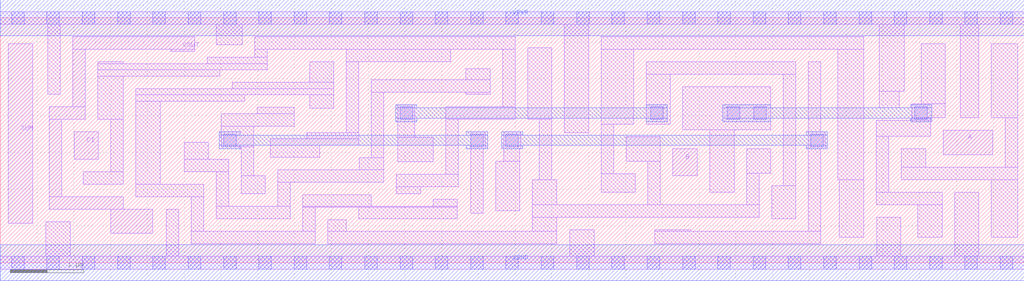
<source format=lef>
# Copyright 2020 The SkyWater PDK Authors
#
# Licensed under the Apache License, Version 2.0 (the "License");
# you may not use this file except in compliance with the License.
# You may obtain a copy of the License at
#
#     https://www.apache.org/licenses/LICENSE-2.0
#
# Unless required by applicable law or agreed to in writing, software
# distributed under the License is distributed on an "AS IS" BASIS,
# WITHOUT WARRANTIES OR CONDITIONS OF ANY KIND, either express or implied.
# See the License for the specific language governing permissions and
# limitations under the License.
#
# SPDX-License-Identifier: Apache-2.0

VERSION 5.7 ;
  NOWIREEXTENSIONATPIN ON ;
  DIVIDERCHAR "/" ;
  BUSBITCHARS "[]" ;
UNITS
  DATABASE MICRONS 200 ;
END UNITS
MACRO sky130_fd_sc_hs__fah_1
  CLASS CORE ;
  FOREIGN sky130_fd_sc_hs__fah_1 ;
  ORIGIN  0.000000  0.000000 ;
  SIZE  13.92000 BY  3.330000 ;
  SYMMETRY X Y ;
  SITE unit ;
  PIN A
    ANTENNAGATEAREA  0.492000 ;
    DIRECTION INPUT ;
    USE SIGNAL ;
    PORT
      LAYER li1 ;
        RECT 12.820000 1.470000 13.490000 1.800000 ;
    END
  END A
  PIN B
    ANTENNAGATEAREA  0.723000 ;
    DIRECTION INPUT ;
    USE SIGNAL ;
    PORT
      LAYER li1 ;
        RECT 9.145000 1.180000 9.475000 1.550000 ;
    END
  END B
  PIN CI
    ANTENNAGATEAREA  0.246000 ;
    DIRECTION INPUT ;
    USE SIGNAL ;
    PORT
      LAYER li1 ;
        RECT 1.005000 1.410000 1.335000 1.780000 ;
    END
  END CI
  PIN COUT
    ANTENNADIFFAREA  0.674850 ;
    DIRECTION OUTPUT ;
    USE SIGNAL ;
    PORT
      LAYER li1 ;
        RECT 0.665000 0.730000 1.675000 0.900000 ;
        RECT 0.665000 0.900000 0.835000 1.950000 ;
        RECT 0.665000 1.950000 1.155000 2.120000 ;
        RECT 0.985000 2.120000 1.155000 2.905000 ;
        RECT 0.985000 2.905000 2.645000 3.075000 ;
        RECT 1.505000 0.400000 2.075000 0.730000 ;
        RECT 2.315000 2.875000 2.645000 2.905000 ;
    END
  END COUT
  PIN SUM
    ANTENNADIFFAREA  0.537600 ;
    DIRECTION OUTPUT ;
    USE SIGNAL ;
    PORT
      LAYER li1 ;
        RECT 0.110000 0.540000 0.445000 2.980000 ;
    END
  END SUM
  PIN VGND
    DIRECTION INOUT ;
    USE GROUND ;
    PORT
      LAYER met1 ;
        RECT 0.000000 -0.245000 13.920000 0.245000 ;
    END
  END VGND
  PIN VPWR
    DIRECTION INOUT ;
    USE POWER ;
    PORT
      LAYER met1 ;
        RECT 0.000000 3.085000 13.920000 3.575000 ;
    END
  END VPWR
  OBS
    LAYER li1 ;
      RECT  0.000000 -0.085000 13.920000 0.085000 ;
      RECT  0.000000  3.245000 13.920000 3.415000 ;
      RECT  0.620000  0.085000  0.950000 0.560000 ;
      RECT  0.645000  2.290000  0.815000 3.245000 ;
      RECT  1.130000  1.070000  1.675000 1.240000 ;
      RECT  1.325000  1.950000  1.675000 2.535000 ;
      RECT  1.325000  2.535000  2.985000 2.625000 ;
      RECT  1.325000  2.625000  3.630000 2.705000 ;
      RECT  1.325000  2.705000  1.675000 2.735000 ;
      RECT  1.505000  1.240000  1.675000 1.950000 ;
      RECT  1.845000  0.900000  2.765000 1.070000 ;
      RECT  1.845000  1.070000  2.175000 2.195000 ;
      RECT  1.845000  2.195000  3.325000 2.285000 ;
      RECT  1.845000  2.285000  4.535000 2.365000 ;
      RECT  2.255000  0.085000  2.425000 0.730000 ;
      RECT  2.500000  1.240000  3.105000 1.410000 ;
      RECT  2.500000  1.410000  2.830000 1.635000 ;
      RECT  2.595000  0.255000  4.285000 0.425000 ;
      RECT  2.595000  0.425000  2.765000 0.900000 ;
      RECT  2.815000  2.705000  3.630000 2.795000 ;
      RECT  2.935000  0.595000  3.945000 0.765000 ;
      RECT  2.935000  0.765000  3.105000 1.240000 ;
      RECT  2.935000  2.965000  3.290000 3.245000 ;
      RECT  3.005000  1.580000  3.445000 1.855000 ;
      RECT  3.005000  1.855000  4.000000 2.025000 ;
      RECT  3.155000  2.365000  4.535000 2.455000 ;
      RECT  3.275000  0.935000  3.605000 1.185000 ;
      RECT  3.275000  1.185000  3.445000 1.580000 ;
      RECT  3.460000  2.795000  3.630000 2.905000 ;
      RECT  3.460000  2.905000  7.000000 3.075000 ;
      RECT  3.495000  2.025000  4.000000 2.115000 ;
      RECT  3.670000  1.435000  4.340000 1.595000 ;
      RECT  3.670000  1.595000  4.875000 1.685000 ;
      RECT  3.775000  0.765000  3.945000 1.095000 ;
      RECT  3.775000  1.095000  5.215000 1.265000 ;
      RECT  4.115000  0.425000  4.285000 0.755000 ;
      RECT  4.115000  0.755000  6.215000 0.765000 ;
      RECT  4.115000  0.765000  5.045000 0.925000 ;
      RECT  4.170000  1.685000  4.875000 1.765000 ;
      RECT  4.205000  2.100000  4.535000 2.285000 ;
      RECT  4.205000  2.455000  4.535000 2.735000 ;
      RECT  4.455000  0.255000  7.565000 0.425000 ;
      RECT  4.455000  0.425000  4.705000 0.585000 ;
      RECT  4.705000  1.765000  4.875000 2.730000 ;
      RECT  4.705000  2.730000  6.125000 2.905000 ;
      RECT  4.875000  0.595000  6.215000 0.755000 ;
      RECT  4.880000  1.265000  5.215000 1.425000 ;
      RECT  5.045000  1.425000  5.215000 2.320000 ;
      RECT  5.045000  2.320000  6.660000 2.490000 ;
      RECT  5.385000  0.935000  5.715000 1.035000 ;
      RECT  5.385000  1.035000  6.225000 1.205000 ;
      RECT  5.405000  1.375000  5.885000 1.705000 ;
      RECT  5.405000  1.705000  5.635000 2.150000 ;
      RECT  5.885000  0.765000  6.215000 0.865000 ;
      RECT  6.055000  1.205000  6.225000 1.950000 ;
      RECT  6.055000  1.950000  7.000000 2.120000 ;
      RECT  6.330000  2.290000  6.660000 2.320000 ;
      RECT  6.330000  2.490000  6.660000 2.640000 ;
      RECT  6.395000  0.670000  6.565000 1.550000 ;
      RECT  6.395000  1.550000  6.595000 1.780000 ;
      RECT  6.735000  0.710000  7.065000 1.380000 ;
      RECT  6.830000  2.120000  7.000000 2.905000 ;
      RECT  6.845000  1.380000  7.065000 1.550000 ;
      RECT  6.845000  1.550000  7.075000 1.780000 ;
      RECT  7.170000  1.950000  7.500000 2.925000 ;
      RECT  7.235000  0.425000  7.565000 0.620000 ;
      RECT  7.235000  0.620000 10.315000 0.790000 ;
      RECT  7.235000  0.790000  7.565000 1.130000 ;
      RECT  7.330000  1.130000  7.500000 1.950000 ;
      RECT  7.670000  1.765000  8.000000 3.245000 ;
      RECT  7.745000  0.085000  8.075000 0.450000 ;
      RECT  8.170000  0.960000  8.635000 1.210000 ;
      RECT  8.170000  1.210000  8.340000 1.880000 ;
      RECT  8.170000  1.880000  8.610000 2.905000 ;
      RECT  8.170000  2.905000 11.740000 3.075000 ;
      RECT  8.510000  1.380000  8.975000 1.710000 ;
      RECT  8.780000  1.880000  9.110000 2.565000 ;
      RECT  8.780000  2.565000 10.815000 2.735000 ;
      RECT  8.805000  0.790000  8.975000 1.380000 ;
      RECT  8.895000  0.255000 11.155000 0.425000 ;
      RECT  8.895000  0.425000  9.385000 0.450000 ;
      RECT  9.280000  1.805000 10.475000 2.395000 ;
      RECT  9.645000  0.960000  9.975000 1.805000 ;
      RECT 10.145000  0.790000 10.315000 1.220000 ;
      RECT 10.145000  1.220000 10.475000 1.550000 ;
      RECT 10.485000  0.595000 10.815000 1.050000 ;
      RECT 10.645000  1.050000 10.815000 2.565000 ;
      RECT 10.985000  0.425000 11.155000 1.550000 ;
      RECT 10.985000  1.550000 11.215000 1.780000 ;
      RECT 10.985000  1.780000 11.155000 2.735000 ;
      RECT 11.385000  1.130000 11.740000 2.905000 ;
      RECT 11.405000  0.350000 11.740000 1.130000 ;
      RECT 11.910000  0.790000 12.805000 0.960000 ;
      RECT 11.910000  0.960000 12.080000 1.720000 ;
      RECT 11.910000  1.720000 12.650000 1.940000 ;
      RECT 11.915000  0.085000 12.245000 0.620000 ;
      RECT 11.950000  2.110000 12.220000 2.330000 ;
      RECT 11.950000  2.330000 12.290000 3.245000 ;
      RECT 12.250000  1.130000 13.830000 1.300000 ;
      RECT 12.250000  1.300000 12.580000 1.550000 ;
      RECT 12.390000  1.940000 12.650000 1.970000 ;
      RECT 12.390000  1.970000 12.850000 2.160000 ;
      RECT 12.475000  0.350000 12.805000 0.790000 ;
      RECT 12.520000  2.160000 12.850000 2.980000 ;
      RECT 12.975000  0.085000 13.305000 0.960000 ;
      RECT 13.050000  1.970000 13.300000 3.245000 ;
      RECT 13.470000  1.970000 13.830000 2.980000 ;
      RECT 13.475000  0.350000 13.830000 1.130000 ;
      RECT 13.660000  1.300000 13.830000 1.970000 ;
    LAYER mcon ;
      RECT  0.155000 -0.085000  0.325000 0.085000 ;
      RECT  0.155000  3.245000  0.325000 3.415000 ;
      RECT  0.635000 -0.085000  0.805000 0.085000 ;
      RECT  0.635000  3.245000  0.805000 3.415000 ;
      RECT  1.115000 -0.085000  1.285000 0.085000 ;
      RECT  1.115000  3.245000  1.285000 3.415000 ;
      RECT  1.595000 -0.085000  1.765000 0.085000 ;
      RECT  1.595000  3.245000  1.765000 3.415000 ;
      RECT  2.075000 -0.085000  2.245000 0.085000 ;
      RECT  2.075000  3.245000  2.245000 3.415000 ;
      RECT  2.555000 -0.085000  2.725000 0.085000 ;
      RECT  2.555000  3.245000  2.725000 3.415000 ;
      RECT  3.035000 -0.085000  3.205000 0.085000 ;
      RECT  3.035000  1.580000  3.205000 1.750000 ;
      RECT  3.035000  3.245000  3.205000 3.415000 ;
      RECT  3.515000 -0.085000  3.685000 0.085000 ;
      RECT  3.515000  3.245000  3.685000 3.415000 ;
      RECT  3.995000 -0.085000  4.165000 0.085000 ;
      RECT  3.995000  3.245000  4.165000 3.415000 ;
      RECT  4.475000 -0.085000  4.645000 0.085000 ;
      RECT  4.475000  3.245000  4.645000 3.415000 ;
      RECT  4.955000 -0.085000  5.125000 0.085000 ;
      RECT  4.955000  3.245000  5.125000 3.415000 ;
      RECT  5.435000 -0.085000  5.605000 0.085000 ;
      RECT  5.435000  1.950000  5.605000 2.120000 ;
      RECT  5.435000  3.245000  5.605000 3.415000 ;
      RECT  5.915000 -0.085000  6.085000 0.085000 ;
      RECT  5.915000  3.245000  6.085000 3.415000 ;
      RECT  6.395000 -0.085000  6.565000 0.085000 ;
      RECT  6.395000  1.580000  6.565000 1.750000 ;
      RECT  6.395000  3.245000  6.565000 3.415000 ;
      RECT  6.875000 -0.085000  7.045000 0.085000 ;
      RECT  6.875000  1.580000  7.045000 1.750000 ;
      RECT  6.875000  3.245000  7.045000 3.415000 ;
      RECT  7.355000 -0.085000  7.525000 0.085000 ;
      RECT  7.355000  3.245000  7.525000 3.415000 ;
      RECT  7.835000 -0.085000  8.005000 0.085000 ;
      RECT  7.835000  3.245000  8.005000 3.415000 ;
      RECT  8.315000 -0.085000  8.485000 0.085000 ;
      RECT  8.315000  3.245000  8.485000 3.415000 ;
      RECT  8.795000 -0.085000  8.965000 0.085000 ;
      RECT  8.795000  3.245000  8.965000 3.415000 ;
      RECT  8.840000  1.950000  9.010000 2.120000 ;
      RECT  9.275000 -0.085000  9.445000 0.085000 ;
      RECT  9.275000  3.245000  9.445000 3.415000 ;
      RECT  9.755000 -0.085000  9.925000 0.085000 ;
      RECT  9.755000  3.245000  9.925000 3.415000 ;
      RECT  9.885000  1.950000 10.055000 2.120000 ;
      RECT 10.235000 -0.085000 10.405000 0.085000 ;
      RECT 10.235000  3.245000 10.405000 3.415000 ;
      RECT 10.245000  1.950000 10.415000 2.120000 ;
      RECT 10.715000 -0.085000 10.885000 0.085000 ;
      RECT 10.715000  3.245000 10.885000 3.415000 ;
      RECT 11.015000  1.580000 11.185000 1.750000 ;
      RECT 11.195000 -0.085000 11.365000 0.085000 ;
      RECT 11.195000  3.245000 11.365000 3.415000 ;
      RECT 11.675000 -0.085000 11.845000 0.085000 ;
      RECT 11.675000  3.245000 11.845000 3.415000 ;
      RECT 12.155000 -0.085000 12.325000 0.085000 ;
      RECT 12.155000  3.245000 12.325000 3.415000 ;
      RECT 12.435000  1.950000 12.605000 2.120000 ;
      RECT 12.635000 -0.085000 12.805000 0.085000 ;
      RECT 12.635000  3.245000 12.805000 3.415000 ;
      RECT 13.115000 -0.085000 13.285000 0.085000 ;
      RECT 13.115000  3.245000 13.285000 3.415000 ;
      RECT 13.595000 -0.085000 13.765000 0.085000 ;
      RECT 13.595000  3.245000 13.765000 3.415000 ;
    LAYER met1 ;
      RECT  2.975000 1.550000  3.265000 1.595000 ;
      RECT  2.975000 1.595000  6.625000 1.735000 ;
      RECT  2.975000 1.735000  3.265000 1.780000 ;
      RECT  5.375000 1.920000  5.665000 1.965000 ;
      RECT  5.375000 1.965000  9.070000 2.105000 ;
      RECT  5.375000 2.105000  5.665000 2.150000 ;
      RECT  6.335000 1.550000  6.625000 1.595000 ;
      RECT  6.335000 1.735000  6.625000 1.780000 ;
      RECT  6.815000 1.550000  7.105000 1.595000 ;
      RECT  6.815000 1.595000 11.245000 1.735000 ;
      RECT  6.815000 1.735000  7.105000 1.780000 ;
      RECT  8.780000 1.920000  9.070000 1.965000 ;
      RECT  8.780000 2.105000  9.070000 2.150000 ;
      RECT  9.825000 1.920000 10.475000 1.965000 ;
      RECT  9.825000 1.965000 12.665000 2.105000 ;
      RECT  9.825000 2.105000 10.475000 2.150000 ;
      RECT 10.955000 1.550000 11.245000 1.595000 ;
      RECT 10.955000 1.735000 11.245000 1.780000 ;
      RECT 12.375000 1.920000 12.665000 1.965000 ;
      RECT 12.375000 2.105000 12.665000 2.150000 ;
  END
END sky130_fd_sc_hs__fah_1
END LIBRARY

</source>
